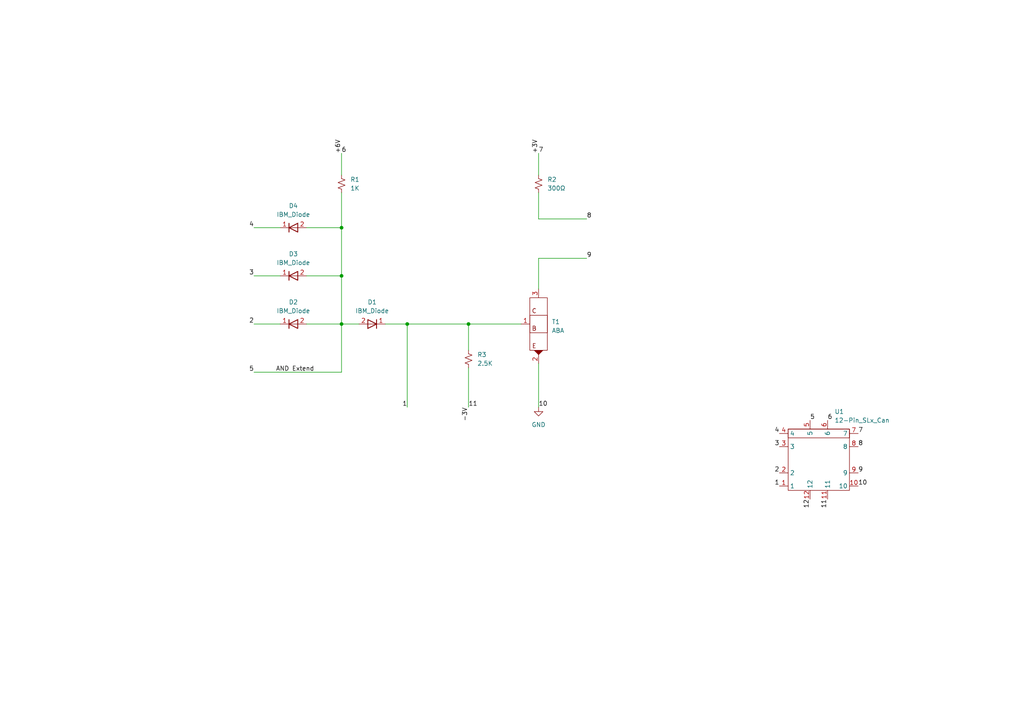
<source format=kicad_sch>
(kicad_sch (version 20211123) (generator eeschema)
  (paper "A4")
  (lib_symbols
    (symbol "Device:R_Small_US" (pin_numbers hide) (pin_names (offset 0.254) hide)
      (property "Reference" "R" (at 0.762 0.508 0))
      (property "Value" "R_Small_US" (at 0.762 -1.016 0))
      (symbol "R_Small_US_1_1"
        (polyline (pts (xy 0 0) (xy 1.016 -0.381) (xy 0 -0.762) (xy -1.016 -1.143) (xy 0 -1.524)))
        (polyline (pts (xy 0 1.524) (xy 1.016 1.143) (xy 0 0.762) (xy -1.016 0.381) (xy 0 0)))
        (pin passive line (at 0 2.54 270) (length 1.016) (name "~") (number "1"))
        (pin passive line (at 0 -2.54 90) (length 1.016) (name "~") (number "2"))
      )
    )
    (symbol "IBM_SLT-SLD:12-Pin_SLx_Can"
      (property "Reference" "U" (at 0 -2.54 0))
      (property "Value" "12-Pin_SLx_Can" (at 0 0 0))
      (symbol "12-Pin_SLx_Can_0_1"
        (rectangle (start -8.89 8.89) (end 8.89 -8.89))
        (rectangle (start -8.89 8.89) (end 8.89 6.35))
      )
      (symbol "12-Pin_SLx_Can_1_1"
        (pin passive line (at -11.43 -7.62 0) (length 2.54) (name "1") (number "1"))
        (pin passive line (at 11.43 -7.62 180) (length 2.54) (name "10") (number "10"))
        (pin passive line (at 2.54 -11.43 90) (length 2.54) (name "11") (number "11"))
        (pin passive line (at -2.54 -11.43 90) (length 2.54) (name "12") (number "12"))
        (pin passive line (at -11.43 -3.81 0) (length 2.54) (name "2") (number "2"))
        (pin passive line (at -11.43 3.81 0) (length 2.54) (name "3") (number "3"))
        (pin passive line (at -11.43 7.62 0) (length 2.54) (name "4") (number "4"))
        (pin passive line (at -2.54 11.43 270) (length 2.54) (name "5") (number "5"))
        (pin passive line (at 2.54 11.43 270) (length 2.54) (name "6") (number "6"))
        (pin passive line (at 11.43 7.62 180) (length 2.54) (name "7") (number "7"))
        (pin passive line (at 11.43 3.81 180) (length 2.54) (name "8") (number "8"))
        (pin passive line (at 11.43 -3.81 180) (length 2.54) (name "9") (number "9"))
      )
    )
    (symbol "IBM_SLT-SLD:IBM_Diode"
      (property "Reference" "D" (at 0 5.08 0))
      (property "Value" "IBM_Diode" (at 0 2.54 0))
      (symbol "IBM_Diode_0_1"
        (polyline (pts (xy -1.27 1.27) (xy -1.27 -1.27)) (stroke (width 0.254)))
        (polyline (pts (xy 1.27 0) (xy -1.27 0)))
        (polyline (pts (xy 1.27 1.27) (xy 1.27 -1.27) (xy -1.27 0) (xy 1.27 1.27)) (stroke (width 0.254)))
      )
      (symbol "IBM_Diode_1_1"
        (pin passive line (at -3.81 0 0) (length 2.54) (name "K") (number "1"))
        (pin passive line (at 3.81 0 180) (length 2.54) (name "A") (number "2"))
      )
    )
    (symbol "IBM_SLT-SLD:IBM_Transistor"
      (property "Reference" "T" (at 0 5.08 0))
      (property "Value" "IBM_Transistor" (at 7.62 8.89 0))
      (symbol "IBM_Transistor_0_0"
        (text "B" (at -1.27 -1.27 0) (effects (font (size 1.27 1.27))))
        (text "C" (at -1.27 3.81 0) (effects (font (size 1.27 1.27))))
        (text "E" (at -1.27 -6.35 0) (effects (font (size 1.27 1.27))))
      )
      (symbol "IBM_Transistor_0_1"
        (rectangle (start -2.54 2.54) (end 2.54 -2.54))
        (rectangle (start -2.54 7.62) (end 2.54 -7.62))
        (polyline (pts (xy -1.27 -7.62) (xy 0 -8.89) (xy 1.27 -7.62)) (fill (type outline)))
      )
      (symbol "IBM_Transistor_1_1"
        (pin passive line (at -5.08 0 0) (length 2.54) (name "B") (number "1"))
        (pin passive line (at 0 -11.43 90) (length 2.54) (name "E") (number "2"))
        (pin passive line (at 0 10.16 270) (length 2.54) (name "C") (number "3"))
      )
    )
    (symbol "power:GND" (power) (pin_names (offset 0))
      (property "Value" "GND" (at 0 -3.81 0))
      (symbol "GND_0_1"
        (polyline (pts (xy 0 0) (xy 0 -1.27) (xy 1.27 -1.27) (xy 0 -2.54) (xy -1.27 -1.27) (xy 0 -1.27)))
      )
      (symbol "GND_1_1"
        (pin power_in line (at 0 0 270) (length 0) hide (name "GND") (number "1"))
      )
    )
  )
  (junction (at 135.89 93.98))
  (junction (at 99.06 66.04))
  (junction (at 99.06 80.01))
  (junction (at 99.06 93.98))
  (junction (at 118.11 93.98))
  (wire (pts (xy 156.21 44.45) (xy 156.21 50.8)))
  (wire (pts (xy 73.66 80.01) (xy 81.28 80.01)))
  (wire (pts (xy 156.21 55.88) (xy 156.21 63.5)))
  (wire (pts (xy 99.06 93.98) (xy 104.14 93.98)))
  (wire (pts (xy 135.89 93.98) (xy 135.89 101.6)))
  (wire (pts (xy 135.89 106.68) (xy 135.89 118.11)))
  (wire (pts (xy 99.06 66.04) (xy 88.9 66.04)))
  (wire (pts (xy 156.21 105.41) (xy 156.21 118.11)))
  (wire (pts (xy 156.21 74.93) (xy 170.18 74.93)))
  (wire (pts (xy 99.06 80.01) (xy 99.06 93.98)))
  (wire (pts (xy 73.66 93.98) (xy 81.28 93.98)))
  (wire (pts (xy 118.11 93.98) (xy 135.89 93.98)))
  (wire (pts (xy 135.89 93.98) (xy 151.13 93.98)))
  (wire (pts (xy 111.76 93.98) (xy 118.11 93.98)))
  (wire (pts (xy 99.06 80.01) (xy 88.9 80.01)))
  (wire (pts (xy 73.66 66.04) (xy 81.28 66.04)))
  (wire (pts (xy 73.66 107.95) (xy 99.06 107.95)))
  (wire (pts (xy 156.21 83.82) (xy 156.21 74.93)))
  (wire (pts (xy 118.11 93.98) (xy 118.11 118.11)))
  (wire (pts (xy 99.06 107.95) (xy 99.06 93.98)))
  (wire (pts (xy 99.06 44.45) (xy 99.06 50.8)))
  (wire (pts (xy 156.21 63.5) (xy 170.18 63.5)))
  (wire (pts (xy 99.06 55.88) (xy 99.06 66.04)))
  (wire (pts (xy 99.06 66.04) (xy 99.06 80.01)))
  (wire (pts (xy 88.9 93.98) (xy 99.06 93.98)))
  (label "8" (at 170.18 63.5 0))
  (label "9" (at 248.92 137.16 0))
  (label "7" (at 248.92 125.73 0))
  (label "5" (at 73.66 107.95 180))
  (label "+6V" (at 99.06 44.45 90))
  (label "5" (at 234.95 121.92 0))
  (label "11" (at 240.03 144.78 270))
  (label "7" (at 156.21 44.45 0))
  (label "2" (at 73.66 93.98 180))
  (label "6" (at 99.06 44.45 0))
  (label "AND Extend" (at 80.01 107.95 0))
  (label "4" (at 226.06 125.73 180))
  (label "10" (at 248.92 140.97 0))
  (label "11" (at 135.89 118.11 0))
  (label "3" (at 226.06 129.54 180))
  (label "8" (at 248.92 129.54 0))
  (label "1" (at 226.06 140.97 180))
  (label "1" (at 118.11 118.11 180))
  (label "12" (at 234.95 144.78 270))
  (label "4" (at 73.66 66.04 180))
  (label "3" (at 73.66 80.01 180))
  (label "10" (at 156.21 118.11 0))
  (label "2" (at 226.06 137.16 180))
  (label "+3V" (at 156.21 44.45 90))
  (label "9" (at 170.18 74.93 0))
  (label "6" (at 240.03 121.92 0))
  (label "-3V" (at 135.89 118.11 270))
  (symbol (lib_id "power:GND") (at 156.21 118.11 0) (unit 1)
    (property "Reference" "#PWR0102" (effects hide))
    (property "Value" "GND" (at 156.21 123.19 0))
  )
  (symbol (lib_id "Device:R_Small_US") (at 99.06 53.34 0) (unit 1)
    (property "Reference" "R1" (at 101.6 52.0699 0) (effects (justify left)))
    (property "Value" "1K" (at 101.6 54.6099 0) (effects (justify left)))
    (property "Footprint" "Resistor_SMD:R_0201_0603Metric" (effects hide))
  )
  (symbol (lib_id "IBM_SLT-SLD:IBM_Diode") (at 107.95 93.98 180) (unit 1)
    (property "Reference" "D1" (at 107.95 87.63 0))
    (property "Value" "IBM_Diode" (at 107.95 90.17 0))
    (property "Footprint" "Diode_SMD:D_0201_0603Metric" (effects hide))
  )
  (symbol (lib_id "IBM_SLT-SLD:12-Pin_SLx_Can") (at 237.49 133.35 0) (unit 1)
    (property "Reference" "U1" (at 242.0494 119.38 0) (effects (justify left)))
    (property "Value" "12-Pin_SLx_Can" (at 242.0494 121.92 0) (effects (justify left)))
    (property "Footprint" "IBM_SLT-SLD:12-Pin_SLx_Can" (effects hide))
  )
  (symbol (lib_id "IBM_SLT-SLD:IBM_Diode") (at 85.09 66.04 0) (unit 1)
    (property "Reference" "D4" (at 85.09 59.69 0))
    (property "Value" "IBM_Diode" (at 85.09 62.23 0))
    (property "Footprint" "Diode_SMD:D_0201_0603Metric" (effects hide))
  )
  (symbol (lib_id "IBM_SLT-SLD:IBM_Transistor") (at 156.21 93.98 0) (unit 1)
    (property "Reference" "T1" (at 160.02 93.3449 0) (effects (justify left)))
    (property "Value" "ABA" (at 160.02 95.8849 0) (effects (justify left)))
  )
  (symbol (lib_id "Device:R_Small_US") (at 156.21 53.34 0) (unit 1)
    (property "Reference" "R2" (at 158.75 52.0699 0) (effects (justify left)))
    (property "Value" "300Ω" (at 158.75 54.6099 0) (effects (justify left)))
    (property "Footprint" "Resistor_SMD:R_0201_0603Metric" (effects hide))
  )
  (symbol (lib_id "IBM_SLT-SLD:IBM_Diode") (at 85.09 80.01 0) (unit 1)
    (property "Reference" "D3" (at 85.09 73.66 0))
    (property "Value" "IBM_Diode" (at 85.09 76.2 0))
    (property "Footprint" "Diode_SMD:D_0201_0603Metric" (effects hide))
  )
  (symbol (lib_id "IBM_SLT-SLD:IBM_Diode") (at 85.09 93.98 0) (unit 1)
    (property "Reference" "D2" (at 85.09 87.63 0))
    (property "Value" "IBM_Diode" (at 85.09 90.17 0))
    (property "Footprint" "Diode_SMD:D_0201_0603Metric" (effects hide))
  )
  (symbol (lib_id "Device:R_Small_US") (at 135.89 104.14 0) (unit 1)
    (property "Reference" "R3" (at 138.43 102.8699 0) (effects (justify left)))
    (property "Value" "2.5K" (at 138.43 105.4099 0) (effects (justify left)))
    (property "Footprint" "Resistor_SMD:R_0201_0603Metric" (effects hide))
  )
)
</source>
